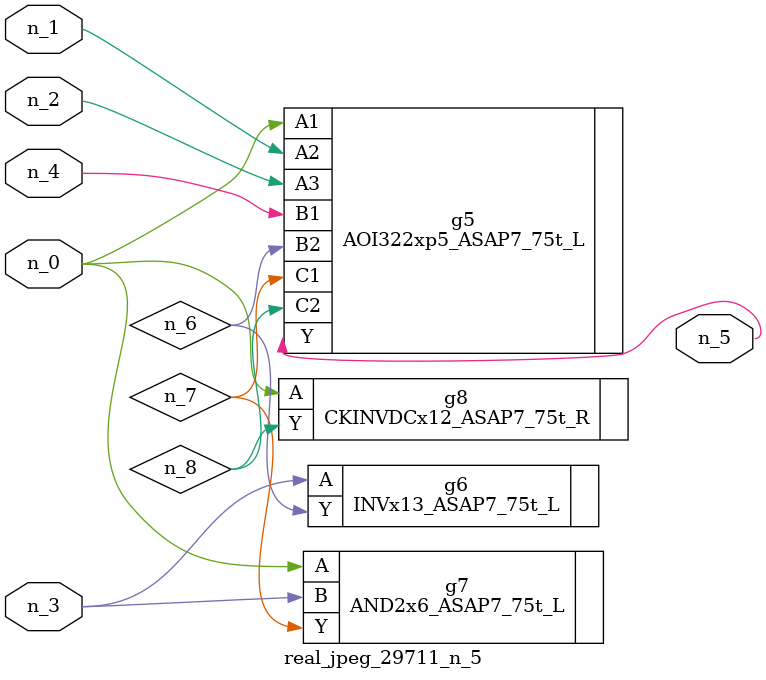
<source format=v>
module real_jpeg_29711_n_5 (n_4, n_0, n_1, n_2, n_3, n_5);

input n_4;
input n_0;
input n_1;
input n_2;
input n_3;

output n_5;

wire n_8;
wire n_6;
wire n_7;

AOI322xp5_ASAP7_75t_L g5 ( 
.A1(n_0),
.A2(n_1),
.A3(n_2),
.B1(n_4),
.B2(n_6),
.C1(n_7),
.C2(n_8),
.Y(n_5)
);

AND2x6_ASAP7_75t_L g7 ( 
.A(n_0),
.B(n_3),
.Y(n_7)
);

CKINVDCx12_ASAP7_75t_R g8 ( 
.A(n_0),
.Y(n_8)
);

INVx13_ASAP7_75t_L g6 ( 
.A(n_3),
.Y(n_6)
);


endmodule
</source>
